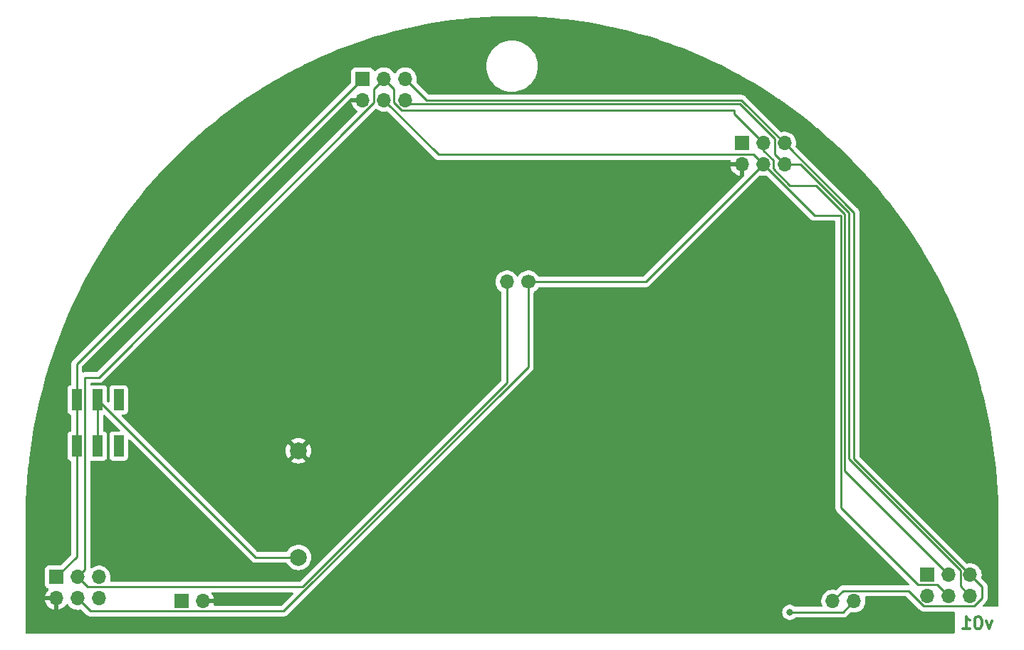
<source format=gbl>
%TF.GenerationSoftware,KiCad,Pcbnew,(6.0.4-0)*%
%TF.CreationDate,2022-04-25T17:15:55-04:00*%
%TF.ProjectId,BaseBadge,42617365-4261-4646-9765-2e6b69636164,rev?*%
%TF.SameCoordinates,Original*%
%TF.FileFunction,Copper,L2,Bot*%
%TF.FilePolarity,Positive*%
%FSLAX46Y46*%
G04 Gerber Fmt 4.6, Leading zero omitted, Abs format (unit mm)*
G04 Created by KiCad (PCBNEW (6.0.4-0)) date 2022-04-25 17:15:55*
%MOMM*%
%LPD*%
G01*
G04 APERTURE LIST*
%ADD10C,0.300000*%
%TA.AperFunction,NonConductor*%
%ADD11C,0.300000*%
%TD*%
%TA.AperFunction,ComponentPad*%
%ADD12R,1.700000X1.700000*%
%TD*%
%TA.AperFunction,ComponentPad*%
%ADD13O,1.700000X1.700000*%
%TD*%
%TA.AperFunction,ComponentPad*%
%ADD14C,1.700000*%
%TD*%
%TA.AperFunction,ComponentPad*%
%ADD15C,2.000000*%
%TD*%
%TA.AperFunction,SMDPad,CuDef*%
%ADD16R,1.200000X2.500000*%
%TD*%
%TA.AperFunction,ViaPad*%
%ADD17C,0.800000*%
%TD*%
%TA.AperFunction,Conductor*%
%ADD18C,0.254000*%
%TD*%
G04 APERTURE END LIST*
D10*
D11*
X204381185Y-117832101D02*
X204024042Y-118832101D01*
X203666899Y-117832101D01*
X202809756Y-117332101D02*
X202666899Y-117332101D01*
X202524042Y-117403530D01*
X202452613Y-117474958D01*
X202381185Y-117617815D01*
X202309756Y-117903530D01*
X202309756Y-118260672D01*
X202381185Y-118546387D01*
X202452613Y-118689244D01*
X202524042Y-118760672D01*
X202666899Y-118832101D01*
X202809756Y-118832101D01*
X202952613Y-118760672D01*
X203024042Y-118689244D01*
X203095471Y-118546387D01*
X203166899Y-118260672D01*
X203166899Y-117903530D01*
X203095471Y-117617815D01*
X203024042Y-117474958D01*
X202952613Y-117403530D01*
X202809756Y-117332101D01*
X200881185Y-118832101D02*
X201738328Y-118832101D01*
X201309756Y-118832101D02*
X201309756Y-117332101D01*
X201452613Y-117546387D01*
X201595471Y-117689244D01*
X201738328Y-117760672D01*
D12*
%TO.P,J1,1,Pin_1*%
%TO.N,VCC*%
X107982463Y-115515377D03*
D13*
%TO.P,J1,2,Pin_2*%
%TO.N,GND*%
X110522463Y-115515377D03*
%TO.P,J1,3,Pin_3*%
%TO.N,Net-(J1-Pad3)*%
X146712463Y-77515377D03*
D14*
%TO.P,J1,4,Pin_4*%
%TO.N,Net-(J1-Pad4)*%
X149252463Y-77515377D03*
D13*
%TO.P,J1,5,Pin_5*%
%TO.N,Net-(J1-Pad5)*%
X185442463Y-115515377D03*
%TO.P,J1,6,Pin_6*%
%TO.N,Net-(J1-Pad6)*%
X187982463Y-115515377D03*
%TD*%
D12*
%TO.P,J4,1,Pin_1*%
%TO.N,VCC*%
X129540000Y-53340000D03*
D13*
%TO.P,J4,2,Pin_2*%
%TO.N,GND*%
X129540000Y-55880000D03*
%TO.P,J4,3,Pin_3*%
%TO.N,Net-(J1-Pad3)*%
X132080000Y-53340000D03*
%TO.P,J4,4,Pin_4*%
%TO.N,Net-(J1-Pad4)*%
X132080000Y-55880000D03*
%TO.P,J4,5,Pin_5*%
%TO.N,Net-(J1-Pad5)*%
X134620000Y-53340000D03*
%TO.P,J4,6,Pin_6*%
%TO.N,Net-(J1-Pad6)*%
X134620000Y-55880000D03*
%TD*%
D12*
%TO.P,J5,1,Pin_1*%
%TO.N,VCC*%
X196711225Y-112371450D03*
D13*
%TO.P,J5,2,Pin_2*%
%TO.N,GND*%
X196711225Y-114911450D03*
%TO.P,J5,3,Pin_3*%
%TO.N,Net-(J1-Pad3)*%
X199251225Y-112371450D03*
%TO.P,J5,4,Pin_4*%
%TO.N,Net-(J1-Pad4)*%
X199251225Y-114911450D03*
%TO.P,J5,5,Pin_5*%
%TO.N,Net-(J1-Pad5)*%
X201791225Y-112371450D03*
%TO.P,J5,6,Pin_6*%
%TO.N,Net-(J1-Pad6)*%
X201791225Y-114911450D03*
%TD*%
D12*
%TO.P,J2,1,Pin_1*%
%TO.N,VCC*%
X93135721Y-112652317D03*
D13*
%TO.P,J2,2,Pin_2*%
%TO.N,GND*%
X93135721Y-115192317D03*
%TO.P,J2,3,Pin_3*%
%TO.N,Net-(J1-Pad3)*%
X95675721Y-112652317D03*
%TO.P,J2,4,Pin_4*%
%TO.N,Net-(J1-Pad4)*%
X95675721Y-115192317D03*
%TO.P,J2,5,Pin_5*%
%TO.N,Net-(J1-Pad5)*%
X98215721Y-112652317D03*
%TO.P,J2,6,Pin_6*%
%TO.N,Net-(J1-Pad6)*%
X98215721Y-115192317D03*
%TD*%
D12*
%TO.P,J3,1,Pin_1*%
%TO.N,VCC*%
X174641614Y-60988088D03*
D13*
%TO.P,J3,2,Pin_2*%
%TO.N,GND*%
X174641614Y-63528088D03*
%TO.P,J3,3,Pin_3*%
%TO.N,Net-(J1-Pad3)*%
X177181614Y-60988088D03*
%TO.P,J3,4,Pin_4*%
%TO.N,Net-(J1-Pad4)*%
X177181614Y-63528088D03*
%TO.P,J3,5,Pin_5*%
%TO.N,Net-(J1-Pad5)*%
X179721614Y-60988088D03*
%TO.P,J3,6,Pin_6*%
%TO.N,Net-(J1-Pad6)*%
X179721614Y-63528088D03*
%TD*%
D15*
%TO.P,BT1,1,+*%
%TO.N,Net-(BT1-Pad1)*%
X121920000Y-110310000D03*
%TO.P,BT1,2,-*%
%TO.N,GND*%
X121920000Y-97610000D03*
%TD*%
D16*
%TO.P,SW1,1,A*%
%TO.N,VCC*%
X95548661Y-97065620D03*
X95548661Y-91565620D03*
%TO.P,SW1,2,B*%
%TO.N,Net-(BT1-Pad1)*%
X98048661Y-97065620D03*
X98048661Y-91565620D03*
%TO.P,SW1,3,C*%
%TO.N,unconnected-(SW1-Pad3)*%
X100548661Y-91565620D03*
X100548661Y-97065620D03*
%TD*%
D17*
%TO.N,Net-(J1-Pad6)*%
X180340000Y-116840000D03*
%TD*%
D18*
%TO.N,VCC*%
X129540000Y-53340000D02*
X95548661Y-87331339D01*
X95548661Y-87331339D02*
X95548661Y-91565620D01*
X95548661Y-91565620D02*
X95548661Y-97065620D01*
X95548661Y-97065620D02*
X95548661Y-110239377D01*
X95548661Y-110239377D02*
X93135721Y-112652317D01*
%TO.N,Net-(BT1-Pad1)*%
X98048661Y-91565620D02*
X98048661Y-97065620D01*
X116793041Y-110310000D02*
X98048661Y-91565620D01*
X121920000Y-110310000D02*
X116793041Y-110310000D01*
%TO.N,Net-(J1-Pad3)*%
X95675721Y-112652317D02*
X96852232Y-113828828D01*
X133256511Y-56180350D02*
X134168489Y-57092328D01*
X132080000Y-53340000D02*
X133256511Y-54516511D01*
X146712463Y-89507537D02*
X146712463Y-77515377D01*
X96520000Y-111808038D02*
X96520000Y-88900000D01*
X96520000Y-88900000D02*
X98183839Y-88900000D01*
X130903489Y-54516511D02*
X132080000Y-53340000D01*
X180340000Y-66040000D02*
X183490778Y-66040000D01*
X186862556Y-99982781D02*
X199251225Y-112371450D01*
X98183839Y-88900000D02*
X130903489Y-56180350D01*
X183490778Y-66040000D02*
X186862556Y-69411778D01*
X186862556Y-69411778D02*
X186862556Y-99982781D01*
X177181614Y-60988088D02*
X177181614Y-61864249D01*
X178358125Y-63040760D02*
X178358125Y-64058125D01*
X177181614Y-61864249D02*
X178358125Y-63040760D01*
X133256511Y-54516511D02*
X133256511Y-56180350D01*
X95675721Y-112652317D02*
X96520000Y-111808038D01*
X178358125Y-64058125D02*
X180340000Y-66040000D01*
X173684866Y-57092328D02*
X173684866Y-57491340D01*
X134168489Y-57092328D02*
X173684866Y-57092328D01*
X173684866Y-57491340D02*
X177181614Y-60988088D01*
X122391172Y-113828828D02*
X146712463Y-89507537D01*
X96852232Y-113828828D02*
X122391172Y-113828828D01*
X130903489Y-56180350D02*
X130903489Y-54516511D01*
%TO.N,Net-(J1-Pad4)*%
X138551577Y-62351577D02*
X176005103Y-62351577D01*
X183253158Y-69599632D02*
X177181614Y-63528088D01*
X186409036Y-104422283D02*
X186409036Y-69599632D01*
X197887736Y-113547961D02*
X195534714Y-113547961D01*
X149252463Y-77515377D02*
X163194325Y-77515377D01*
X132080000Y-55880000D02*
X138551577Y-62351577D01*
X176005103Y-62351577D02*
X177181614Y-63528088D01*
X163194325Y-77515377D02*
X177181614Y-63528088D01*
X97175292Y-116691888D02*
X120169486Y-116691888D01*
X186409036Y-69599632D02*
X183253158Y-69599632D01*
X120169486Y-116691888D02*
X149252463Y-87608911D01*
X95675721Y-115192317D02*
X97175292Y-116691888D01*
X149252463Y-87608911D02*
X149252463Y-77515377D01*
X195534714Y-113547961D02*
X186409036Y-104422283D01*
X199251225Y-114911450D02*
X197887736Y-113547961D01*
%TO.N,Net-(J1-Pad5)*%
X187960000Y-98540225D02*
X201791225Y-112371450D01*
X202278553Y-116087961D02*
X203200000Y-115166514D01*
X187960000Y-69226474D02*
X187960000Y-98540225D01*
X203200000Y-113780225D02*
X201791225Y-112371450D01*
X137160000Y-55880000D02*
X174613526Y-55880000D01*
X174613526Y-55880000D02*
X179721614Y-60988088D01*
X194435936Y-114300000D02*
X196223897Y-116087961D01*
X134620000Y-53340000D02*
X137160000Y-55880000D01*
X185442463Y-115515377D02*
X186657840Y-114300000D01*
X179721614Y-60988088D02*
X187960000Y-69226474D01*
X196223897Y-116087961D02*
X202278553Y-116087961D01*
X186657840Y-114300000D02*
X194435936Y-114300000D01*
X203200000Y-115166514D02*
X203200000Y-113780225D01*
%TO.N,Net-(J1-Pad6)*%
X135073520Y-56333520D02*
X174425672Y-56333520D01*
X180340000Y-116840000D02*
X186657840Y-116840000D01*
X178545103Y-60452951D02*
X178545103Y-62351577D01*
X187316076Y-98537675D02*
X200614714Y-111836313D01*
X187316076Y-69223924D02*
X187316076Y-98537675D01*
X179721614Y-63528088D02*
X181620240Y-63528088D01*
X200614714Y-113734939D02*
X201791225Y-114911450D01*
X178545103Y-62351577D02*
X179721614Y-63528088D01*
X134620000Y-55880000D02*
X135073520Y-56333520D01*
X200614714Y-111836313D02*
X200614714Y-113734939D01*
X181620240Y-63528088D02*
X187316076Y-69223924D01*
X174425672Y-56333520D02*
X178545103Y-60452951D01*
X186657840Y-116840000D02*
X187982463Y-115515377D01*
%TD*%
%TA.AperFunction,Conductor*%
%TO.N,GND*%
G36*
X147826004Y-45885779D02*
G01*
X148523583Y-45893211D01*
X148526269Y-45893268D01*
X149727708Y-45931695D01*
X149730389Y-45931810D01*
X150925468Y-45995548D01*
X150928058Y-45995713D01*
X152016877Y-46077064D01*
X152116544Y-46084511D01*
X152119214Y-46084739D01*
X152120535Y-46084866D01*
X153300857Y-46198344D01*
X153303491Y-46198626D01*
X153632606Y-46237339D01*
X154477995Y-46336781D01*
X154480645Y-46337121D01*
X155010813Y-46410912D01*
X155647874Y-46499581D01*
X155650470Y-46499971D01*
X156810202Y-46686494D01*
X156812777Y-46686936D01*
X157964792Y-46897275D01*
X157967315Y-46897764D01*
X159111214Y-47131638D01*
X159113801Y-47132195D01*
X159262165Y-47165794D01*
X160249465Y-47389376D01*
X160252036Y-47389986D01*
X160802726Y-47526896D01*
X161379278Y-47670236D01*
X161381785Y-47670887D01*
X161482267Y-47698112D01*
X162500214Y-47973917D01*
X162502732Y-47974627D01*
X162511783Y-47977283D01*
X163612355Y-48300257D01*
X163614861Y-48301021D01*
X164715184Y-48648926D01*
X164717665Y-48649739D01*
X165808578Y-49019706D01*
X165811035Y-49020568D01*
X166892329Y-49412361D01*
X166894759Y-49413270D01*
X167298323Y-49568969D01*
X167966132Y-49826617D01*
X167968435Y-49827532D01*
X168897649Y-50208118D01*
X169029765Y-50262230D01*
X169032139Y-50263231D01*
X169464218Y-50450610D01*
X170083081Y-50718991D01*
X170085355Y-50720005D01*
X170745008Y-51022193D01*
X171125641Y-51196562D01*
X171127956Y-51197651D01*
X172157384Y-51694772D01*
X172159670Y-51695904D01*
X172846251Y-52044771D01*
X173155882Y-52202101D01*
X173178083Y-52213382D01*
X173180329Y-52214553D01*
X173504414Y-52387540D01*
X174187296Y-52752042D01*
X174189518Y-52753257D01*
X174265925Y-52796036D01*
X175185052Y-53310640D01*
X175187175Y-53311856D01*
X175539799Y-53518671D01*
X176170899Y-53888813D01*
X176173056Y-53890108D01*
X177144696Y-54486368D01*
X177146821Y-54487701D01*
X178106146Y-55103018D01*
X178108236Y-55104388D01*
X178994553Y-55698020D01*
X179055091Y-55738567D01*
X179057136Y-55739967D01*
X179074865Y-55752356D01*
X179991198Y-56392708D01*
X179993221Y-56394151D01*
X180914320Y-57065251D01*
X180916308Y-57066730D01*
X181824049Y-57755825D01*
X181826003Y-57757338D01*
X182720361Y-58464342D01*
X182722279Y-58465889D01*
X183570023Y-59163415D01*
X183602915Y-59190479D01*
X183604781Y-59192045D01*
X184471539Y-59934042D01*
X184473304Y-59935583D01*
X184931928Y-60343928D01*
X185325773Y-60694596D01*
X185327584Y-60696241D01*
X186165608Y-61472089D01*
X186167356Y-61473739D01*
X186990642Y-62266122D01*
X186992363Y-62267810D01*
X187800822Y-63076628D01*
X187802462Y-63078301D01*
X187973159Y-63255801D01*
X188595698Y-63903152D01*
X188597365Y-63904919D01*
X189375178Y-64745586D01*
X189376803Y-64747378D01*
X189396976Y-64770041D01*
X190138920Y-65603581D01*
X190140514Y-65605406D01*
X190886790Y-66476999D01*
X190888347Y-66478853D01*
X191618491Y-67365534D01*
X191620010Y-67367415D01*
X192333768Y-68268910D01*
X192335241Y-68270809D01*
X192980460Y-69118657D01*
X193032371Y-69186871D01*
X193033802Y-69188788D01*
X193281648Y-69527761D01*
X193714096Y-70119208D01*
X193715502Y-70121171D01*
X194378661Y-71065618D01*
X194380029Y-71067606D01*
X195025882Y-72025928D01*
X195027212Y-72027943D01*
X195655467Y-72999813D01*
X195656749Y-73001838D01*
X195979652Y-73522978D01*
X196267196Y-73987053D01*
X196268437Y-73989100D01*
X196860836Y-74987414D01*
X196861990Y-74989400D01*
X197177913Y-75545826D01*
X197436105Y-76000571D01*
X197437277Y-76002683D01*
X197538145Y-76188550D01*
X197911758Y-76876998D01*
X197992794Y-77026322D01*
X197993917Y-77028440D01*
X198013983Y-77067169D01*
X198530674Y-78064445D01*
X198531766Y-78066603D01*
X198891393Y-78794612D01*
X199049500Y-79114676D01*
X199050534Y-79116821D01*
X199549002Y-80176716D01*
X199550001Y-80178894D01*
X199569008Y-80221413D01*
X200028959Y-81250335D01*
X200029928Y-81252559D01*
X200489179Y-82335409D01*
X200490105Y-82337654D01*
X200929311Y-83431423D01*
X200930196Y-83433688D01*
X201349226Y-84538395D01*
X201350067Y-84540680D01*
X201660219Y-85408555D01*
X201748622Y-85655928D01*
X201749411Y-85658206D01*
X201765526Y-85706208D01*
X202127261Y-86783771D01*
X202128015Y-86786092D01*
X202484917Y-87921708D01*
X202485628Y-87924047D01*
X202821360Y-89069531D01*
X202822025Y-89071886D01*
X202948048Y-89535004D01*
X203093335Y-90068915D01*
X203136321Y-90226885D01*
X203136931Y-90229214D01*
X203146550Y-90267486D01*
X203429573Y-91393578D01*
X203430148Y-91395964D01*
X203700888Y-92569402D01*
X203701417Y-92571802D01*
X203950028Y-93754135D01*
X203950510Y-93756547D01*
X204176711Y-94947315D01*
X204177147Y-94949740D01*
X204380737Y-96148892D01*
X204381126Y-96151327D01*
X204561852Y-97358568D01*
X204562194Y-97361014D01*
X204719823Y-98576129D01*
X204720117Y-98578583D01*
X204854398Y-99801270D01*
X204854644Y-99803731D01*
X204965342Y-101033758D01*
X204965539Y-101036226D01*
X205050975Y-102252882D01*
X205052406Y-102273266D01*
X205052553Y-102275693D01*
X205108084Y-103375572D01*
X205115366Y-103519807D01*
X205115466Y-103522283D01*
X205152868Y-104737284D01*
X205153962Y-104772838D01*
X205154013Y-104775287D01*
X205167195Y-105963109D01*
X205167944Y-106030650D01*
X205167950Y-106032772D01*
X205167523Y-106102551D01*
X205169990Y-106111182D01*
X205169990Y-106111184D01*
X205173728Y-106124263D01*
X205178579Y-106158887D01*
X205178579Y-116086530D01*
X205158577Y-116154651D01*
X205104921Y-116201144D01*
X205052579Y-116212530D01*
X203356907Y-116212530D01*
X203288786Y-116192528D01*
X203242293Y-116138872D01*
X203232189Y-116068598D01*
X203261683Y-116004018D01*
X203267812Y-115997434D01*
X203332375Y-115932872D01*
X203593488Y-115671759D01*
X203601807Y-115664189D01*
X203608303Y-115660067D01*
X203655086Y-115610248D01*
X203657840Y-115607407D01*
X203677639Y-115587608D01*
X203680063Y-115584483D01*
X203680071Y-115584474D01*
X203680137Y-115584388D01*
X203687845Y-115575363D01*
X203712790Y-115548799D01*
X203718217Y-115543020D01*
X203728023Y-115525183D01*
X203738873Y-115508667D01*
X203751350Y-115492581D01*
X203768976Y-115451848D01*
X203774193Y-115441200D01*
X203791749Y-115409265D01*
X203795569Y-115402317D01*
X203797540Y-115394642D01*
X203797542Y-115394636D01*
X203800631Y-115382603D01*
X203807034Y-115363901D01*
X203815117Y-115345222D01*
X203822060Y-115301387D01*
X203824467Y-115289765D01*
X203835500Y-115246796D01*
X203835500Y-115226449D01*
X203837051Y-115206738D01*
X203838995Y-115194464D01*
X203840235Y-115186635D01*
X203836059Y-115142458D01*
X203835500Y-115130600D01*
X203835500Y-113859257D01*
X203836030Y-113848018D01*
X203837709Y-113840506D01*
X203837329Y-113828398D01*
X203835562Y-113772186D01*
X203835500Y-113768228D01*
X203835500Y-113740242D01*
X203834992Y-113736219D01*
X203834059Y-113724377D01*
X203832914Y-113687945D01*
X203832665Y-113680020D01*
X203826987Y-113660476D01*
X203822977Y-113641113D01*
X203821420Y-113628785D01*
X203821420Y-113628783D01*
X203820427Y-113620926D01*
X203817511Y-113613562D01*
X203817510Y-113613557D01*
X203804093Y-113579669D01*
X203800248Y-113568440D01*
X203794029Y-113547034D01*
X203787869Y-113525832D01*
X203777510Y-113508316D01*
X203768813Y-113490566D01*
X203761319Y-113471637D01*
X203735238Y-113435739D01*
X203728722Y-113425819D01*
X203710173Y-113394454D01*
X203710171Y-113394451D01*
X203706135Y-113387627D01*
X203691747Y-113373239D01*
X203678906Y-113358205D01*
X203671602Y-113348152D01*
X203666942Y-113341738D01*
X203632750Y-113313452D01*
X203623971Y-113305463D01*
X203143102Y-112824594D01*
X203109076Y-112762282D01*
X203111639Y-112698870D01*
X203122090Y-112664472D01*
X203123595Y-112659519D01*
X203152754Y-112438040D01*
X203154381Y-112371450D01*
X203136077Y-112148811D01*
X203081656Y-111932152D01*
X202992579Y-111727290D01*
X202886955Y-111564020D01*
X202874047Y-111544067D01*
X202874045Y-111544064D01*
X202871239Y-111539727D01*
X202720895Y-111374501D01*
X202716844Y-111371302D01*
X202716840Y-111371298D01*
X202549639Y-111239250D01*
X202549635Y-111239248D01*
X202545584Y-111236048D01*
X202350014Y-111128088D01*
X202345145Y-111126364D01*
X202345141Y-111126362D01*
X202144312Y-111055245D01*
X202144308Y-111055244D01*
X202139437Y-111053519D01*
X202134344Y-111052612D01*
X202134341Y-111052611D01*
X201924598Y-111015250D01*
X201924592Y-111015249D01*
X201919509Y-111014344D01*
X201845677Y-111013442D01*
X201701306Y-111011678D01*
X201701304Y-111011678D01*
X201696136Y-111011615D01*
X201569774Y-111030951D01*
X201480425Y-111044623D01*
X201480422Y-111044624D01*
X201475316Y-111045405D01*
X201470410Y-111047009D01*
X201470404Y-111047010D01*
X201466338Y-111048340D01*
X201464895Y-111048811D01*
X201393932Y-111050966D01*
X201336650Y-111018143D01*
X194987569Y-104669061D01*
X188632405Y-98313897D01*
X188598379Y-98251585D01*
X188595500Y-98224802D01*
X188595500Y-69305494D01*
X188596030Y-69294260D01*
X188597708Y-69286755D01*
X188595562Y-69218462D01*
X188595500Y-69214505D01*
X188595500Y-69186491D01*
X188594992Y-69182470D01*
X188594058Y-69170618D01*
X188592914Y-69134192D01*
X188592914Y-69134191D01*
X188592665Y-69126269D01*
X188586987Y-69106725D01*
X188582977Y-69087362D01*
X188581420Y-69075034D01*
X188581420Y-69075032D01*
X188580427Y-69067175D01*
X188577511Y-69059811D01*
X188577510Y-69059806D01*
X188564093Y-69025918D01*
X188560248Y-69014689D01*
X188550080Y-68979693D01*
X188547869Y-68972081D01*
X188537510Y-68954565D01*
X188528813Y-68936815D01*
X188521319Y-68917886D01*
X188495240Y-68881991D01*
X188488722Y-68872069D01*
X188470170Y-68840698D01*
X188470166Y-68840693D01*
X188466134Y-68833875D01*
X188451747Y-68819488D01*
X188438906Y-68804454D01*
X188431602Y-68794401D01*
X188426942Y-68787987D01*
X188392750Y-68759701D01*
X188383971Y-68751712D01*
X181073491Y-61441232D01*
X181039465Y-61378920D01*
X181042028Y-61315508D01*
X181052479Y-61281110D01*
X181053984Y-61276157D01*
X181083143Y-61054678D01*
X181084770Y-60988088D01*
X181066466Y-60765449D01*
X181012045Y-60548790D01*
X180922968Y-60343928D01*
X180801628Y-60156365D01*
X180651284Y-59991139D01*
X180647233Y-59987940D01*
X180647229Y-59987936D01*
X180480028Y-59855888D01*
X180480024Y-59855886D01*
X180475973Y-59852686D01*
X180280403Y-59744726D01*
X180275534Y-59743002D01*
X180275530Y-59743000D01*
X180074701Y-59671883D01*
X180074697Y-59671882D01*
X180069826Y-59670157D01*
X180064733Y-59669250D01*
X180064730Y-59669249D01*
X179854987Y-59631888D01*
X179854981Y-59631887D01*
X179849898Y-59630982D01*
X179776066Y-59630080D01*
X179631695Y-59628316D01*
X179631693Y-59628316D01*
X179626525Y-59628253D01*
X179479241Y-59650791D01*
X179410814Y-59661261D01*
X179410811Y-59661262D01*
X179405705Y-59662043D01*
X179400798Y-59663647D01*
X179400785Y-59663650D01*
X179395275Y-59665451D01*
X179324311Y-59667600D01*
X179267039Y-59634780D01*
X175118776Y-55486517D01*
X175111200Y-55478191D01*
X175107079Y-55471697D01*
X175057260Y-55424914D01*
X175054419Y-55422160D01*
X175034620Y-55402361D01*
X175031495Y-55399937D01*
X175031486Y-55399929D01*
X175031400Y-55399863D01*
X175022375Y-55392155D01*
X174995811Y-55367210D01*
X174990032Y-55361783D01*
X174972195Y-55351977D01*
X174955679Y-55341127D01*
X174939593Y-55328650D01*
X174898860Y-55311024D01*
X174888212Y-55305807D01*
X174876584Y-55299415D01*
X174849329Y-55284431D01*
X174841654Y-55282460D01*
X174841648Y-55282458D01*
X174829615Y-55279369D01*
X174810913Y-55272966D01*
X174792234Y-55264883D01*
X174758398Y-55259524D01*
X174748399Y-55257940D01*
X174736786Y-55255535D01*
X174693808Y-55244500D01*
X174673461Y-55244500D01*
X174653750Y-55242949D01*
X174641476Y-55241005D01*
X174633647Y-55239765D01*
X174625755Y-55240511D01*
X174589470Y-55243941D01*
X174577612Y-55244500D01*
X137475423Y-55244500D01*
X137407302Y-55224498D01*
X137386328Y-55207595D01*
X135971877Y-53793144D01*
X135937851Y-53730832D01*
X135940414Y-53667420D01*
X135947660Y-53643573D01*
X135952370Y-53628069D01*
X135981529Y-53406590D01*
X135983156Y-53340000D01*
X135964852Y-53117361D01*
X135910431Y-52900702D01*
X135821354Y-52695840D01*
X135781906Y-52634862D01*
X135702822Y-52512617D01*
X135702820Y-52512614D01*
X135700014Y-52508277D01*
X135549670Y-52343051D01*
X135545619Y-52339852D01*
X135545615Y-52339848D01*
X135378414Y-52207800D01*
X135378410Y-52207798D01*
X135374359Y-52204598D01*
X135178789Y-52096638D01*
X135173920Y-52094914D01*
X135173916Y-52094912D01*
X134973087Y-52023795D01*
X134973083Y-52023794D01*
X134968212Y-52022069D01*
X134963119Y-52021162D01*
X134963116Y-52021161D01*
X134753373Y-51983800D01*
X134753367Y-51983799D01*
X134748284Y-51982894D01*
X134674452Y-51981992D01*
X134530081Y-51980228D01*
X134530079Y-51980228D01*
X134524911Y-51980165D01*
X134304091Y-52013955D01*
X134091756Y-52083357D01*
X133893607Y-52186507D01*
X133889474Y-52189610D01*
X133889471Y-52189612D01*
X133719100Y-52317530D01*
X133714965Y-52320635D01*
X133711393Y-52324373D01*
X133574895Y-52467210D01*
X133560629Y-52482138D01*
X133453201Y-52639621D01*
X133398293Y-52684621D01*
X133327768Y-52692792D01*
X133264021Y-52661538D01*
X133243324Y-52637054D01*
X133162822Y-52512617D01*
X133162820Y-52512614D01*
X133160014Y-52508277D01*
X133009670Y-52343051D01*
X133005619Y-52339852D01*
X133005615Y-52339848D01*
X132838414Y-52207800D01*
X132838410Y-52207798D01*
X132834359Y-52204598D01*
X132638789Y-52096638D01*
X132633920Y-52094914D01*
X132633916Y-52094912D01*
X132433087Y-52023795D01*
X132433083Y-52023794D01*
X132428212Y-52022069D01*
X132423119Y-52021162D01*
X132423116Y-52021161D01*
X132213373Y-51983800D01*
X132213367Y-51983799D01*
X132208284Y-51982894D01*
X132134452Y-51981992D01*
X131990081Y-51980228D01*
X131990079Y-51980228D01*
X131984911Y-51980165D01*
X131764091Y-52013955D01*
X131551756Y-52083357D01*
X131353607Y-52186507D01*
X131349474Y-52189610D01*
X131349471Y-52189612D01*
X131179100Y-52317530D01*
X131174965Y-52320635D01*
X131118537Y-52379684D01*
X131094283Y-52405064D01*
X131032759Y-52440494D01*
X130961846Y-52437037D01*
X130904060Y-52395791D01*
X130885207Y-52362243D01*
X130845899Y-52257389D01*
X130840615Y-52243295D01*
X130753261Y-52126739D01*
X130636705Y-52039385D01*
X130500316Y-51988255D01*
X130438134Y-51981500D01*
X128641866Y-51981500D01*
X128579684Y-51988255D01*
X128443295Y-52039385D01*
X128326739Y-52126739D01*
X128239385Y-52243295D01*
X128188255Y-52379684D01*
X128181500Y-52441866D01*
X128181500Y-53747577D01*
X128161498Y-53815698D01*
X128144595Y-53836672D01*
X95155178Y-86826089D01*
X95146852Y-86833665D01*
X95140358Y-86837786D01*
X95134935Y-86843561D01*
X95093576Y-86887604D01*
X95090821Y-86890446D01*
X95071022Y-86910245D01*
X95068598Y-86913370D01*
X95068590Y-86913379D01*
X95068524Y-86913465D01*
X95060816Y-86922490D01*
X95030444Y-86954833D01*
X95026626Y-86961777D01*
X95026625Y-86961779D01*
X95020639Y-86972668D01*
X95009788Y-86989186D01*
X94997311Y-87005272D01*
X94979685Y-87046005D01*
X94974468Y-87056653D01*
X94953092Y-87095536D01*
X94951121Y-87103211D01*
X94951119Y-87103217D01*
X94948030Y-87115250D01*
X94941627Y-87133952D01*
X94933544Y-87152631D01*
X94932305Y-87160456D01*
X94926601Y-87196466D01*
X94924196Y-87208079D01*
X94913161Y-87251057D01*
X94913161Y-87271404D01*
X94911610Y-87291115D01*
X94908426Y-87311218D01*
X94909172Y-87319110D01*
X94912602Y-87355395D01*
X94913161Y-87367253D01*
X94913161Y-89698500D01*
X94893159Y-89766621D01*
X94839503Y-89813114D01*
X94831390Y-89816482D01*
X94710366Y-89861852D01*
X94710365Y-89861853D01*
X94701956Y-89865005D01*
X94585400Y-89952359D01*
X94498046Y-90068915D01*
X94446916Y-90205304D01*
X94440161Y-90267486D01*
X94440161Y-92863754D01*
X94446916Y-92925936D01*
X94498046Y-93062325D01*
X94585400Y-93178881D01*
X94701956Y-93266235D01*
X94710365Y-93269387D01*
X94710366Y-93269388D01*
X94831390Y-93314758D01*
X94888155Y-93357399D01*
X94912855Y-93423961D01*
X94913161Y-93432740D01*
X94913161Y-95198500D01*
X94893159Y-95266621D01*
X94839503Y-95313114D01*
X94831390Y-95316482D01*
X94710366Y-95361852D01*
X94710365Y-95361853D01*
X94701956Y-95365005D01*
X94585400Y-95452359D01*
X94498046Y-95568915D01*
X94446916Y-95705304D01*
X94440161Y-95767486D01*
X94440161Y-98363754D01*
X94446916Y-98425936D01*
X94498046Y-98562325D01*
X94585400Y-98678881D01*
X94701956Y-98766235D01*
X94710365Y-98769387D01*
X94710366Y-98769388D01*
X94831390Y-98814758D01*
X94888155Y-98857399D01*
X94912855Y-98923961D01*
X94913161Y-98932740D01*
X94913161Y-109923954D01*
X94893159Y-109992075D01*
X94876256Y-110013049D01*
X93632393Y-111256912D01*
X93570081Y-111290938D01*
X93543298Y-111293817D01*
X92237587Y-111293817D01*
X92175405Y-111300572D01*
X92039016Y-111351702D01*
X91922460Y-111439056D01*
X91835106Y-111555612D01*
X91783976Y-111692001D01*
X91777221Y-111754183D01*
X91777221Y-113550451D01*
X91783976Y-113612633D01*
X91835106Y-113749022D01*
X91922460Y-113865578D01*
X92039016Y-113952932D01*
X92047425Y-113956084D01*
X92047426Y-113956085D01*
X92156681Y-113997043D01*
X92213446Y-114039684D01*
X92238146Y-114106246D01*
X92222939Y-114175595D01*
X92203546Y-114202076D01*
X92080311Y-114331034D01*
X92073825Y-114339044D01*
X91953819Y-114514966D01*
X91948721Y-114523940D01*
X91859059Y-114717100D01*
X91855496Y-114726787D01*
X91800110Y-114926500D01*
X91801633Y-114934924D01*
X91814013Y-114938317D01*
X93263721Y-114938317D01*
X93331842Y-114958319D01*
X93378335Y-115011975D01*
X93389721Y-115064317D01*
X93389721Y-116510834D01*
X93393785Y-116524676D01*
X93407199Y-116526710D01*
X93413905Y-116525851D01*
X93423983Y-116523709D01*
X93627976Y-116462508D01*
X93637563Y-116458750D01*
X93828816Y-116365056D01*
X93837666Y-116359781D01*
X94011049Y-116236109D01*
X94018921Y-116229456D01*
X94169773Y-116079129D01*
X94176451Y-116071282D01*
X94303743Y-115894136D01*
X94305000Y-115895039D01*
X94352094Y-115851679D01*
X94422032Y-115839462D01*
X94487472Y-115866995D01*
X94515300Y-115898828D01*
X94533031Y-115927762D01*
X94575708Y-115997405D01*
X94721971Y-116166255D01*
X94893847Y-116308949D01*
X95086721Y-116421655D01*
X95295413Y-116501347D01*
X95300481Y-116502378D01*
X95300484Y-116502379D01*
X95395583Y-116521727D01*
X95514318Y-116545884D01*
X95519493Y-116546074D01*
X95519495Y-116546074D01*
X95732394Y-116553881D01*
X95732398Y-116553881D01*
X95737558Y-116554070D01*
X95742678Y-116553414D01*
X95742680Y-116553414D01*
X95816135Y-116544004D01*
X95959137Y-116525685D01*
X95964090Y-116524199D01*
X95964095Y-116524198D01*
X95993738Y-116515304D01*
X96003372Y-116512414D01*
X96074367Y-116511996D01*
X96128675Y-116544004D01*
X96670042Y-117085371D01*
X96677618Y-117093697D01*
X96681739Y-117100191D01*
X96687514Y-117105614D01*
X96731557Y-117146973D01*
X96734399Y-117149728D01*
X96754198Y-117169527D01*
X96757329Y-117171956D01*
X96757334Y-117171960D01*
X96757420Y-117172027D01*
X96766445Y-117179735D01*
X96798786Y-117210105D01*
X96805731Y-117213923D01*
X96805735Y-117213926D01*
X96816626Y-117219914D01*
X96833147Y-117230766D01*
X96849226Y-117243238D01*
X96889947Y-117260859D01*
X96900603Y-117266080D01*
X96932537Y-117283636D01*
X96932543Y-117283638D01*
X96939489Y-117287457D01*
X96947164Y-117289428D01*
X96947170Y-117289430D01*
X96959203Y-117292519D01*
X96977905Y-117298922D01*
X96996584Y-117307005D01*
X97004410Y-117308245D01*
X97004415Y-117308246D01*
X97040412Y-117313948D01*
X97052032Y-117316354D01*
X97087329Y-117325416D01*
X97095010Y-117327388D01*
X97115358Y-117327388D01*
X97135070Y-117328939D01*
X97155172Y-117332123D01*
X97199347Y-117327947D01*
X97211206Y-117327388D01*
X120090466Y-117327388D01*
X120101700Y-117327918D01*
X120109205Y-117329596D01*
X120177498Y-117327450D01*
X120181455Y-117327388D01*
X120209469Y-117327388D01*
X120213394Y-117326892D01*
X120213395Y-117326892D01*
X120213490Y-117326880D01*
X120225335Y-117325947D01*
X120255156Y-117325010D01*
X120261768Y-117324802D01*
X120261769Y-117324802D01*
X120269691Y-117324553D01*
X120289235Y-117318875D01*
X120308598Y-117314865D01*
X120320926Y-117313308D01*
X120320928Y-117313308D01*
X120328785Y-117312315D01*
X120336149Y-117309399D01*
X120336154Y-117309398D01*
X120370042Y-117295981D01*
X120381271Y-117292136D01*
X120397951Y-117287290D01*
X120423879Y-117279757D01*
X120430706Y-117275719D01*
X120430709Y-117275718D01*
X120441392Y-117269400D01*
X120459150Y-117260700D01*
X120470701Y-117256127D01*
X120470707Y-117256123D01*
X120478074Y-117253207D01*
X120513977Y-117227122D01*
X120523896Y-117220607D01*
X120555254Y-117202062D01*
X120555258Y-117202059D01*
X120562084Y-117198022D01*
X120576468Y-117183638D01*
X120591502Y-117170797D01*
X120601559Y-117163490D01*
X120607973Y-117158830D01*
X120636264Y-117124632D01*
X120644253Y-117115853D01*
X149645946Y-88114161D01*
X149654272Y-88106585D01*
X149660766Y-88102464D01*
X149707549Y-88052645D01*
X149710303Y-88049804D01*
X149730102Y-88030005D01*
X149732531Y-88026874D01*
X149732535Y-88026869D01*
X149732602Y-88026783D01*
X149740310Y-88017758D01*
X149765255Y-87991194D01*
X149770680Y-87985417D01*
X149774498Y-87978472D01*
X149774501Y-87978468D01*
X149780489Y-87967577D01*
X149791341Y-87951056D01*
X149798955Y-87941240D01*
X149798955Y-87941239D01*
X149803813Y-87934977D01*
X149821437Y-87894249D01*
X149826659Y-87883592D01*
X149844211Y-87851665D01*
X149844212Y-87851662D01*
X149848032Y-87844714D01*
X149853095Y-87824996D01*
X149859497Y-87806297D01*
X149867580Y-87787618D01*
X149868819Y-87779794D01*
X149868821Y-87779788D01*
X149874523Y-87743791D01*
X149876929Y-87732171D01*
X149885991Y-87696874D01*
X149885991Y-87696873D01*
X149887963Y-87689193D01*
X149887963Y-87668845D01*
X149889514Y-87649134D01*
X149891458Y-87636860D01*
X149892698Y-87629031D01*
X149888522Y-87584855D01*
X149887963Y-87572997D01*
X149887963Y-78794612D01*
X149907965Y-78726491D01*
X149948634Y-78687166D01*
X149950457Y-78686273D01*
X150132323Y-78556550D01*
X150290559Y-78398866D01*
X150350057Y-78316066D01*
X150417901Y-78221650D01*
X150417902Y-78221649D01*
X150420916Y-78217454D01*
X150423205Y-78212822D01*
X150423710Y-78211982D01*
X150475940Y-78163893D01*
X150531713Y-78150877D01*
X163115305Y-78150877D01*
X163126539Y-78151407D01*
X163134044Y-78153085D01*
X163202337Y-78150939D01*
X163206294Y-78150877D01*
X163234308Y-78150877D01*
X163238233Y-78150381D01*
X163238234Y-78150381D01*
X163238329Y-78150369D01*
X163250174Y-78149436D01*
X163279995Y-78148499D01*
X163286607Y-78148291D01*
X163286608Y-78148291D01*
X163294530Y-78148042D01*
X163314074Y-78142364D01*
X163333437Y-78138354D01*
X163345765Y-78136797D01*
X163345767Y-78136797D01*
X163353624Y-78135804D01*
X163360988Y-78132888D01*
X163360993Y-78132887D01*
X163394881Y-78119470D01*
X163406110Y-78115625D01*
X163422790Y-78110779D01*
X163448718Y-78103246D01*
X163455545Y-78099208D01*
X163455548Y-78099207D01*
X163466231Y-78092889D01*
X163483989Y-78084189D01*
X163495540Y-78079616D01*
X163495546Y-78079612D01*
X163502913Y-78076696D01*
X163538816Y-78050611D01*
X163548735Y-78044096D01*
X163580093Y-78025551D01*
X163580097Y-78025548D01*
X163586923Y-78021511D01*
X163601307Y-78007127D01*
X163616341Y-77994286D01*
X163626398Y-77986979D01*
X163632812Y-77982319D01*
X163661103Y-77948121D01*
X163669092Y-77939342D01*
X176728514Y-64879921D01*
X176790826Y-64845895D01*
X176842726Y-64845545D01*
X177020211Y-64881655D01*
X177025386Y-64881845D01*
X177025388Y-64881845D01*
X177238287Y-64889652D01*
X177238291Y-64889652D01*
X177243451Y-64889841D01*
X177248571Y-64889185D01*
X177248573Y-64889185D01*
X177317767Y-64880321D01*
X177465030Y-64861456D01*
X177469983Y-64859970D01*
X177469988Y-64859969D01*
X177507461Y-64848726D01*
X177509265Y-64848185D01*
X177580260Y-64847767D01*
X177634568Y-64879775D01*
X182747908Y-69993115D01*
X182755484Y-70001441D01*
X182759605Y-70007935D01*
X182765380Y-70013358D01*
X182809423Y-70054717D01*
X182812265Y-70057472D01*
X182832064Y-70077271D01*
X182835189Y-70079695D01*
X182835198Y-70079703D01*
X182835284Y-70079769D01*
X182844309Y-70087477D01*
X182876652Y-70117849D01*
X182883596Y-70121667D01*
X182883598Y-70121668D01*
X182894487Y-70127654D01*
X182911005Y-70138505D01*
X182927091Y-70150982D01*
X182967824Y-70168608D01*
X182978472Y-70173825D01*
X183017355Y-70195201D01*
X183025030Y-70197172D01*
X183025036Y-70197174D01*
X183037069Y-70200263D01*
X183055771Y-70206666D01*
X183074450Y-70214749D01*
X183108286Y-70220108D01*
X183118285Y-70221692D01*
X183129898Y-70224097D01*
X183172876Y-70235132D01*
X183193223Y-70235132D01*
X183212935Y-70236683D01*
X183233037Y-70239867D01*
X183240929Y-70239121D01*
X183277214Y-70235691D01*
X183289072Y-70235132D01*
X185647536Y-70235132D01*
X185715657Y-70255134D01*
X185762150Y-70308790D01*
X185773536Y-70361132D01*
X185773536Y-104343263D01*
X185773006Y-104354497D01*
X185771328Y-104362002D01*
X185771577Y-104369921D01*
X185773474Y-104430295D01*
X185773536Y-104434252D01*
X185773536Y-104462266D01*
X185774032Y-104466191D01*
X185774032Y-104466192D01*
X185774044Y-104466287D01*
X185774977Y-104478132D01*
X185776371Y-104522488D01*
X185778583Y-104530100D01*
X185782049Y-104542031D01*
X185786059Y-104561395D01*
X185788609Y-104581582D01*
X185791525Y-104588946D01*
X185791526Y-104588951D01*
X185804943Y-104622839D01*
X185808788Y-104634068D01*
X185821167Y-104676676D01*
X185825205Y-104683503D01*
X185825206Y-104683506D01*
X185831524Y-104694189D01*
X185840224Y-104711947D01*
X185844797Y-104723498D01*
X185844801Y-104723504D01*
X185847717Y-104730871D01*
X185852375Y-104737282D01*
X185852376Y-104737284D01*
X185873800Y-104766771D01*
X185880317Y-104776693D01*
X185898862Y-104808051D01*
X185898865Y-104808055D01*
X185902902Y-104814881D01*
X185917286Y-104829265D01*
X185930127Y-104844299D01*
X185942094Y-104860770D01*
X185948202Y-104865823D01*
X185976291Y-104889060D01*
X185985071Y-104897050D01*
X194533253Y-113445233D01*
X194567279Y-113507545D01*
X194562214Y-113578360D01*
X194519667Y-113635196D01*
X194456015Y-113659769D01*
X194411879Y-113663941D01*
X194400022Y-113664500D01*
X186736872Y-113664500D01*
X186725633Y-113663970D01*
X186718121Y-113662291D01*
X186710196Y-113662540D01*
X186710195Y-113662540D01*
X186649810Y-113664438D01*
X186645852Y-113664500D01*
X186617857Y-113664500D01*
X186613923Y-113664997D01*
X186613921Y-113664997D01*
X186613834Y-113665008D01*
X186602000Y-113665940D01*
X186557635Y-113667335D01*
X186550022Y-113669547D01*
X186550021Y-113669547D01*
X186538092Y-113673013D01*
X186518728Y-113677023D01*
X186506400Y-113678580D01*
X186506398Y-113678580D01*
X186498541Y-113679573D01*
X186491177Y-113682489D01*
X186491172Y-113682490D01*
X186457284Y-113695907D01*
X186446055Y-113699752D01*
X186432081Y-113703812D01*
X186403447Y-113712131D01*
X186396621Y-113716168D01*
X186385931Y-113722490D01*
X186368181Y-113731187D01*
X186349252Y-113738681D01*
X186342838Y-113743341D01*
X186313354Y-113764762D01*
X186303434Y-113771278D01*
X186272069Y-113789827D01*
X186272066Y-113789829D01*
X186265242Y-113793865D01*
X186250854Y-113808253D01*
X186235820Y-113821094D01*
X186219353Y-113833058D01*
X186214300Y-113839166D01*
X186191068Y-113867249D01*
X186183078Y-113876029D01*
X185897407Y-114161700D01*
X185835095Y-114195726D01*
X185786217Y-114196652D01*
X185711771Y-114183391D01*
X185575836Y-114159177D01*
X185575830Y-114159176D01*
X185570747Y-114158271D01*
X185496915Y-114157369D01*
X185352544Y-114155605D01*
X185352542Y-114155605D01*
X185347374Y-114155542D01*
X185126554Y-114189332D01*
X184914219Y-114258734D01*
X184909627Y-114261124D01*
X184909628Y-114261124D01*
X184768761Y-114334455D01*
X184716070Y-114361884D01*
X184711937Y-114364987D01*
X184711934Y-114364989D01*
X184552987Y-114484330D01*
X184537428Y-114496012D01*
X184533856Y-114499750D01*
X184424814Y-114613856D01*
X184383092Y-114657515D01*
X184257206Y-114842057D01*
X184255027Y-114846752D01*
X184197967Y-114969678D01*
X184163151Y-115044682D01*
X184103452Y-115259947D01*
X184079714Y-115482072D01*
X184080011Y-115487225D01*
X184080011Y-115487228D01*
X184087022Y-115608821D01*
X184092573Y-115705092D01*
X184093710Y-115710138D01*
X184093711Y-115710144D01*
X184107060Y-115769377D01*
X184141685Y-115923016D01*
X184145130Y-115931500D01*
X184185571Y-116031096D01*
X184192667Y-116101738D01*
X184160445Y-116165001D01*
X184099135Y-116200801D01*
X184068828Y-116204500D01*
X181046399Y-116204500D01*
X180978278Y-116184498D01*
X180961092Y-116169891D01*
X180960580Y-116170460D01*
X180955668Y-116166037D01*
X180951253Y-116161134D01*
X180807083Y-116056388D01*
X180802094Y-116052763D01*
X180802093Y-116052762D01*
X180796752Y-116048882D01*
X180790724Y-116046198D01*
X180790722Y-116046197D01*
X180628319Y-115973891D01*
X180628318Y-115973891D01*
X180622288Y-115971206D01*
X180528888Y-115951353D01*
X180441944Y-115932872D01*
X180441939Y-115932872D01*
X180435487Y-115931500D01*
X180244513Y-115931500D01*
X180238061Y-115932872D01*
X180238056Y-115932872D01*
X180151112Y-115951353D01*
X180057712Y-115971206D01*
X180051682Y-115973891D01*
X180051681Y-115973891D01*
X179889278Y-116046197D01*
X179889276Y-116046198D01*
X179883248Y-116048882D01*
X179877907Y-116052762D01*
X179877906Y-116052763D01*
X179872917Y-116056388D01*
X179728747Y-116161134D01*
X179724326Y-116166044D01*
X179724325Y-116166045D01*
X179674255Y-116221654D01*
X179600960Y-116303056D01*
X179505473Y-116468444D01*
X179446458Y-116650072D01*
X179445768Y-116656633D01*
X179445768Y-116656635D01*
X179438377Y-116726956D01*
X179426496Y-116840000D01*
X179427186Y-116846565D01*
X179430330Y-116876474D01*
X179446458Y-117029928D01*
X179505473Y-117211556D01*
X179508776Y-117217278D01*
X179508777Y-117217279D01*
X179538160Y-117268171D01*
X179600960Y-117376944D01*
X179605378Y-117381851D01*
X179605379Y-117381852D01*
X179689700Y-117475500D01*
X179728747Y-117518866D01*
X179883248Y-117631118D01*
X179889276Y-117633802D01*
X179889278Y-117633803D01*
X180051681Y-117706109D01*
X180057712Y-117708794D01*
X180151113Y-117728647D01*
X180238056Y-117747128D01*
X180238061Y-117747128D01*
X180244513Y-117748500D01*
X180435487Y-117748500D01*
X180441939Y-117747128D01*
X180441944Y-117747128D01*
X180528887Y-117728647D01*
X180622288Y-117708794D01*
X180628319Y-117706109D01*
X180790722Y-117633803D01*
X180790724Y-117633802D01*
X180796752Y-117631118D01*
X180951253Y-117518866D01*
X180955668Y-117513963D01*
X180960580Y-117509540D01*
X180962221Y-117511362D01*
X181013210Y-117479950D01*
X181046399Y-117475500D01*
X186578820Y-117475500D01*
X186590054Y-117476030D01*
X186597559Y-117477708D01*
X186665852Y-117475562D01*
X186669809Y-117475500D01*
X186697823Y-117475500D01*
X186701748Y-117475004D01*
X186701749Y-117475004D01*
X186701844Y-117474992D01*
X186713689Y-117474059D01*
X186743510Y-117473122D01*
X186750122Y-117472914D01*
X186750123Y-117472914D01*
X186758045Y-117472665D01*
X186777589Y-117466987D01*
X186796952Y-117462977D01*
X186809280Y-117461420D01*
X186809282Y-117461420D01*
X186817139Y-117460427D01*
X186824503Y-117457511D01*
X186824508Y-117457510D01*
X186858396Y-117444093D01*
X186869625Y-117440248D01*
X186886305Y-117435402D01*
X186912233Y-117427869D01*
X186919060Y-117423831D01*
X186919063Y-117423830D01*
X186929746Y-117417512D01*
X186947504Y-117408812D01*
X186959055Y-117404239D01*
X186959061Y-117404235D01*
X186966428Y-117401319D01*
X187002331Y-117375234D01*
X187012250Y-117368719D01*
X187043608Y-117350174D01*
X187043612Y-117350171D01*
X187050438Y-117346134D01*
X187064822Y-117331750D01*
X187079856Y-117318909D01*
X187089913Y-117311602D01*
X187096327Y-117306942D01*
X187124613Y-117272750D01*
X187132603Y-117263969D01*
X187529364Y-116867209D01*
X187591676Y-116833184D01*
X187643580Y-116832835D01*
X187821060Y-116868944D01*
X187826235Y-116869134D01*
X187826237Y-116869134D01*
X188039136Y-116876941D01*
X188039140Y-116876941D01*
X188044300Y-116877130D01*
X188049420Y-116876474D01*
X188049422Y-116876474D01*
X188260751Y-116849402D01*
X188260752Y-116849402D01*
X188265879Y-116848745D01*
X188270829Y-116847260D01*
X188474892Y-116786038D01*
X188474897Y-116786036D01*
X188479847Y-116784551D01*
X188680457Y-116686273D01*
X188862323Y-116556550D01*
X188873027Y-116545884D01*
X189016898Y-116402514D01*
X189020559Y-116398866D01*
X189150916Y-116217454D01*
X189159147Y-116200801D01*
X189247599Y-116021830D01*
X189247600Y-116021828D01*
X189249893Y-116017188D01*
X189300179Y-115851679D01*
X189313328Y-115808400D01*
X189313328Y-115808398D01*
X189314833Y-115803446D01*
X189343992Y-115581967D01*
X189344074Y-115578617D01*
X189345537Y-115518742D01*
X189345537Y-115518738D01*
X189345619Y-115515377D01*
X189327315Y-115292738D01*
X189276942Y-115092195D01*
X189279746Y-115021254D01*
X189320459Y-114963091D01*
X189386154Y-114936172D01*
X189399146Y-114935500D01*
X194120514Y-114935500D01*
X194188635Y-114955502D01*
X194209609Y-114972405D01*
X195718647Y-116481444D01*
X195726223Y-116489770D01*
X195730344Y-116496264D01*
X195736856Y-116502379D01*
X195780162Y-116543046D01*
X195783004Y-116545801D01*
X195802803Y-116565600D01*
X195805928Y-116568024D01*
X195805937Y-116568032D01*
X195806023Y-116568098D01*
X195815048Y-116575806D01*
X195847391Y-116606178D01*
X195854335Y-116609996D01*
X195854337Y-116609997D01*
X195865226Y-116615983D01*
X195881744Y-116626834D01*
X195897830Y-116639311D01*
X195938563Y-116656937D01*
X195949211Y-116662154D01*
X195988094Y-116683530D01*
X195995769Y-116685501D01*
X195995775Y-116685503D01*
X196007808Y-116688592D01*
X196026510Y-116694995D01*
X196045189Y-116703078D01*
X196079025Y-116708437D01*
X196089024Y-116710021D01*
X196100637Y-116712426D01*
X196143615Y-116723461D01*
X196163962Y-116723461D01*
X196183674Y-116725012D01*
X196203776Y-116728196D01*
X196211668Y-116727450D01*
X196247953Y-116724020D01*
X196259811Y-116723461D01*
X199810971Y-116723461D01*
X199879092Y-116743463D01*
X199925585Y-116797119D01*
X199936971Y-116849461D01*
X199936971Y-119238680D01*
X199916969Y-119306801D01*
X199863313Y-119353294D01*
X199810971Y-119364680D01*
X89587421Y-119364680D01*
X89519300Y-119344678D01*
X89472807Y-119291022D01*
X89461421Y-119238680D01*
X89461421Y-115460283D01*
X91803978Y-115460283D01*
X91834286Y-115594763D01*
X91837366Y-115604592D01*
X91917491Y-115801920D01*
X91922134Y-115811111D01*
X92033415Y-115992705D01*
X92039498Y-116001016D01*
X92178934Y-116161984D01*
X92186301Y-116169200D01*
X92350155Y-116305233D01*
X92358602Y-116311148D01*
X92542477Y-116418596D01*
X92551763Y-116423046D01*
X92750722Y-116499020D01*
X92760620Y-116501896D01*
X92863971Y-116522923D01*
X92878020Y-116521727D01*
X92881721Y-116511382D01*
X92881721Y-115464432D01*
X92877246Y-115449193D01*
X92875856Y-115447988D01*
X92868173Y-115446317D01*
X91818946Y-115446317D01*
X91805415Y-115450290D01*
X91803978Y-115460283D01*
X89461421Y-115460283D01*
X89461421Y-106110033D01*
X89461427Y-106108792D01*
X89473854Y-104847254D01*
X89473903Y-104844771D01*
X89510927Y-103592717D01*
X89511025Y-103590236D01*
X89572431Y-102344861D01*
X89572577Y-102342384D01*
X89574126Y-102319969D01*
X89658134Y-101103706D01*
X89658330Y-101101237D01*
X89664221Y-101034956D01*
X89767781Y-99869776D01*
X89768019Y-99867360D01*
X89774805Y-99804960D01*
X89869879Y-98930618D01*
X89901134Y-98643182D01*
X89901426Y-98640724D01*
X90057951Y-97424185D01*
X90058291Y-97421735D01*
X90237984Y-96213072D01*
X90238371Y-96210632D01*
X90441004Y-95010005D01*
X90441439Y-95007576D01*
X90452600Y-94948518D01*
X90666755Y-93815330D01*
X90667230Y-93812943D01*
X90679295Y-93755307D01*
X90914999Y-92629254D01*
X90915521Y-92626877D01*
X90928729Y-92569402D01*
X91102709Y-91812292D01*
X91185485Y-91452076D01*
X91186058Y-91449686D01*
X91478012Y-90283857D01*
X91478632Y-90281482D01*
X91493113Y-90228092D01*
X91792281Y-89125101D01*
X91792935Y-89122776D01*
X91808159Y-89070683D01*
X92128107Y-87975838D01*
X92128808Y-87973525D01*
X92130673Y-87967577D01*
X92485150Y-86836644D01*
X92485901Y-86834326D01*
X92595040Y-86508416D01*
X92863308Y-85707319D01*
X92864079Y-85705090D01*
X93262216Y-84588495D01*
X93263054Y-84586216D01*
X93681705Y-83480212D01*
X93682588Y-83477944D01*
X93818367Y-83139159D01*
X94121552Y-82382674D01*
X94122439Y-82380524D01*
X94581403Y-81296421D01*
X94582371Y-81294193D01*
X95061131Y-80221413D01*
X95062141Y-80219207D01*
X95560438Y-79158040D01*
X95561490Y-79155856D01*
X95971638Y-78324367D01*
X96079100Y-78106511D01*
X96080180Y-78104373D01*
X96092990Y-78079616D01*
X96616836Y-77067155D01*
X96617960Y-77065030D01*
X96628989Y-77044682D01*
X96997377Y-76364989D01*
X97173485Y-76040061D01*
X97174658Y-76037946D01*
X97358399Y-75713939D01*
X97748753Y-75025591D01*
X97749903Y-75023606D01*
X98342396Y-74023994D01*
X98343630Y-74021957D01*
X98954143Y-73035567D01*
X98955434Y-73033526D01*
X99583791Y-72060491D01*
X99585121Y-72058474D01*
X100231121Y-71098988D01*
X100232489Y-71096998D01*
X100253802Y-71066617D01*
X100895834Y-70151395D01*
X100897240Y-70149430D01*
X101577768Y-69217850D01*
X101579212Y-69215913D01*
X101609135Y-69176559D01*
X102276568Y-68298752D01*
X102278050Y-68296841D01*
X102992100Y-67394218D01*
X102993619Y-67392335D01*
X103015671Y-67365534D01*
X103724093Y-66504534D01*
X103725515Y-66502840D01*
X104472191Y-65630090D01*
X104473783Y-65628265D01*
X105236293Y-64770962D01*
X105237923Y-64769164D01*
X106016111Y-63927460D01*
X106017778Y-63925691D01*
X106811379Y-63099855D01*
X106813083Y-63098116D01*
X107621862Y-62288395D01*
X107623601Y-62286687D01*
X108218495Y-61713716D01*
X108447440Y-61493209D01*
X108449203Y-61491543D01*
X108468393Y-61473765D01*
X108992626Y-60988088D01*
X109287636Y-60714776D01*
X109289448Y-60713130D01*
X110099777Y-59991139D01*
X110142344Y-59953212D01*
X110144183Y-59951606D01*
X111011342Y-59208755D01*
X111013224Y-59207174D01*
X111894340Y-58481693D01*
X111896258Y-58480145D01*
X112791141Y-57772243D01*
X112793062Y-57770754D01*
X113141428Y-57506118D01*
X113701413Y-57080726D01*
X113703348Y-57079285D01*
X114624986Y-56407335D01*
X114627008Y-56405891D01*
X115561567Y-55752356D01*
X115563624Y-55750947D01*
X116276780Y-55272963D01*
X116511070Y-55115933D01*
X116513140Y-55114576D01*
X116530098Y-55103692D01*
X117472980Y-54498502D01*
X117475094Y-54497174D01*
X117546546Y-54453296D01*
X118447370Y-53900106D01*
X118449478Y-53898842D01*
X118928300Y-53617812D01*
X119433664Y-53321205D01*
X119435854Y-53319949D01*
X120431848Y-52761907D01*
X120434070Y-52760691D01*
X120563618Y-52691492D01*
X120989850Y-52463816D01*
X121441612Y-52222503D01*
X121443867Y-52221328D01*
X122299249Y-51786368D01*
X144266994Y-51786368D01*
X144267141Y-51789878D01*
X144267141Y-51789884D01*
X144267889Y-51807726D01*
X144281034Y-52121358D01*
X144281268Y-52126949D01*
X144281803Y-52130407D01*
X144281804Y-52130414D01*
X144330020Y-52441866D01*
X144333418Y-52463816D01*
X144422793Y-52792771D01*
X144548279Y-53109713D01*
X144549925Y-53112809D01*
X144549927Y-53112813D01*
X144564514Y-53140246D01*
X144708313Y-53410692D01*
X144710298Y-53413591D01*
X144898908Y-53689050D01*
X144898913Y-53689056D01*
X144900899Y-53691957D01*
X145123637Y-53950001D01*
X145373750Y-54181609D01*
X145376572Y-54183690D01*
X145376575Y-54183692D01*
X145468911Y-54251767D01*
X145648123Y-54383894D01*
X145943333Y-54554334D01*
X146017356Y-54586674D01*
X146252481Y-54689398D01*
X146252491Y-54689402D01*
X146255703Y-54690805D01*
X146259060Y-54691844D01*
X146259065Y-54691846D01*
X146577978Y-54790566D01*
X146581338Y-54791606D01*
X146584794Y-54792265D01*
X146584793Y-54792265D01*
X146912729Y-54854822D01*
X146912734Y-54854823D01*
X146916180Y-54855480D01*
X147140196Y-54872717D01*
X147252558Y-54881363D01*
X147252559Y-54881363D01*
X147256055Y-54881632D01*
X147468406Y-54874217D01*
X147593213Y-54869859D01*
X147593218Y-54869859D01*
X147596728Y-54869736D01*
X147765340Y-54844837D01*
X147930472Y-54820453D01*
X147930477Y-54820452D01*
X147933951Y-54819939D01*
X147937343Y-54819043D01*
X147937347Y-54819042D01*
X148260131Y-54733759D01*
X148260132Y-54733759D01*
X148263522Y-54732863D01*
X148581332Y-54609592D01*
X148883421Y-54451664D01*
X149130221Y-54285195D01*
X149163107Y-54263013D01*
X149163109Y-54263012D01*
X149166023Y-54261046D01*
X149195939Y-54235586D01*
X149422943Y-54042390D01*
X149422944Y-54042389D01*
X149425616Y-54040115D01*
X149512737Y-53947341D01*
X149656554Y-53794192D01*
X149656558Y-53794187D01*
X149658965Y-53791624D01*
X149661070Y-53788810D01*
X149661076Y-53788803D01*
X149861051Y-53521490D01*
X149863160Y-53518671D01*
X149890239Y-53472517D01*
X149966011Y-53343365D01*
X150035657Y-53224657D01*
X150073239Y-53140246D01*
X150172873Y-52916465D01*
X150172875Y-52916460D01*
X150174305Y-52913248D01*
X150277377Y-52588325D01*
X150292368Y-52512617D01*
X150307049Y-52438469D01*
X150343587Y-52253937D01*
X150363605Y-52015562D01*
X150371929Y-51916434D01*
X150371929Y-51916427D01*
X150372112Y-51914252D01*
X150372978Y-51852198D01*
X150373272Y-51831177D01*
X150373272Y-51831165D01*
X150373302Y-51828999D01*
X150371116Y-51789884D01*
X150354470Y-51492164D01*
X150354274Y-51488651D01*
X150328157Y-51334242D01*
X150298014Y-51156025D01*
X150298013Y-51156021D01*
X150297425Y-51152544D01*
X150284559Y-51107673D01*
X150204435Y-50828249D01*
X150203466Y-50824869D01*
X150090394Y-50550535D01*
X150074905Y-50512955D01*
X150074901Y-50512947D01*
X150073567Y-50509710D01*
X149909347Y-50210995D01*
X149712853Y-49932447D01*
X149486533Y-49677537D01*
X149233210Y-49449444D01*
X149230360Y-49447403D01*
X149230353Y-49447398D01*
X148958895Y-49253053D01*
X148958892Y-49253051D01*
X148956041Y-49251010D01*
X148658479Y-49084708D01*
X148344234Y-48952612D01*
X148340871Y-48951622D01*
X148340862Y-48951619D01*
X148077203Y-48874021D01*
X148017223Y-48856368D01*
X147734042Y-48806435D01*
X147684982Y-48797784D01*
X147684980Y-48797784D01*
X147681522Y-48797174D01*
X147678013Y-48796953D01*
X147678011Y-48796953D01*
X147344833Y-48775991D01*
X147344827Y-48775991D01*
X147341315Y-48775770D01*
X147244890Y-48780486D01*
X147004349Y-48792250D01*
X147004341Y-48792251D01*
X147000842Y-48792422D01*
X146997374Y-48792984D01*
X146997371Y-48792984D01*
X146667822Y-48846360D01*
X146667819Y-48846361D01*
X146664347Y-48846923D01*
X146660964Y-48847868D01*
X146660962Y-48847868D01*
X146626969Y-48857359D01*
X146336024Y-48938592D01*
X146019966Y-49066288D01*
X145720111Y-49228419D01*
X145440198Y-49422963D01*
X145437556Y-49425276D01*
X145437552Y-49425279D01*
X145201342Y-49632066D01*
X145183715Y-49647497D01*
X144953859Y-49899222D01*
X144753494Y-50175000D01*
X144585120Y-50471393D01*
X144583733Y-50474628D01*
X144583731Y-50474633D01*
X144452218Y-50781476D01*
X144450833Y-50784708D01*
X144352308Y-51111039D01*
X144290772Y-51446319D01*
X144266994Y-51786368D01*
X122299249Y-51786368D01*
X122462738Y-51703234D01*
X122465023Y-51702100D01*
X122480186Y-51694772D01*
X123495037Y-51204320D01*
X123497275Y-51203267D01*
X124538123Y-50726086D01*
X124540384Y-50725077D01*
X125408984Y-50348099D01*
X125591839Y-50268739D01*
X125594214Y-50267737D01*
X126655970Y-49832516D01*
X126658373Y-49831560D01*
X127641889Y-49451801D01*
X127730223Y-49417693D01*
X127732618Y-49416797D01*
X128814376Y-49024507D01*
X128816827Y-49023647D01*
X129908205Y-48653208D01*
X129910687Y-48652394D01*
X131011409Y-48304060D01*
X131013916Y-48303295D01*
X132123855Y-47977283D01*
X132126385Y-47976569D01*
X133245303Y-47673127D01*
X133247855Y-47672463D01*
X133256828Y-47670230D01*
X134375392Y-47391878D01*
X134377919Y-47391276D01*
X135513989Y-47133756D01*
X135516518Y-47133212D01*
X136660732Y-46899044D01*
X136663328Y-46898540D01*
X137815537Y-46687954D01*
X137818118Y-46687510D01*
X138978144Y-46500745D01*
X138980729Y-46500357D01*
X139486899Y-46429831D01*
X140148187Y-46337692D01*
X140150840Y-46337351D01*
X141110953Y-46224293D01*
X141325551Y-46199023D01*
X141328198Y-46198740D01*
X142509984Y-46084993D01*
X142512579Y-46084770D01*
X143260555Y-46028821D01*
X143701161Y-45995863D01*
X143703841Y-45995691D01*
X144608714Y-45947373D01*
X144899032Y-45931871D01*
X144901713Y-45931757D01*
X146103071Y-45893287D01*
X146105760Y-45893229D01*
X146237357Y-45891825D01*
X147313425Y-45880346D01*
X147316051Y-45880346D01*
X147826004Y-45885779D01*
G37*
%TD.AperFunction*%
%TA.AperFunction,Conductor*%
G36*
X121262244Y-114484330D02*
G01*
X121308737Y-114537986D01*
X121318841Y-114608260D01*
X121289347Y-114672840D01*
X121283218Y-114679423D01*
X119943158Y-116019483D01*
X119880846Y-116053509D01*
X119854063Y-116056388D01*
X111947430Y-116056388D01*
X111879309Y-116036386D01*
X111832816Y-115982730D01*
X111822712Y-115912456D01*
X111826871Y-115893760D01*
X111852842Y-115808280D01*
X111855018Y-115798214D01*
X111856449Y-115787339D01*
X111854238Y-115773155D01*
X111841080Y-115769377D01*
X110394463Y-115769377D01*
X110326342Y-115749375D01*
X110279849Y-115695719D01*
X110268463Y-115643377D01*
X110268463Y-115387377D01*
X110288465Y-115319256D01*
X110342121Y-115272763D01*
X110394463Y-115261377D01*
X111840807Y-115261377D01*
X111854338Y-115257404D01*
X111855643Y-115248324D01*
X111813677Y-115081252D01*
X111810357Y-115071501D01*
X111725435Y-114876191D01*
X111720568Y-114867116D01*
X111604889Y-114688303D01*
X111598599Y-114680134D01*
X111594045Y-114675130D01*
X111562991Y-114611286D01*
X111571384Y-114540787D01*
X111616559Y-114486017D01*
X111687236Y-114464328D01*
X121194123Y-114464328D01*
X121262244Y-114484330D01*
G37*
%TD.AperFunction*%
%TA.AperFunction,Conductor*%
G36*
X131179467Y-56907271D02*
G01*
X131215920Y-56928383D01*
X131298126Y-56996632D01*
X131491000Y-57109338D01*
X131699692Y-57189030D01*
X131704760Y-57190061D01*
X131704763Y-57190062D01*
X131812008Y-57211881D01*
X131918597Y-57233567D01*
X131923772Y-57233757D01*
X131923774Y-57233757D01*
X132136673Y-57241564D01*
X132136677Y-57241564D01*
X132141837Y-57241753D01*
X132146957Y-57241097D01*
X132146959Y-57241097D01*
X132248360Y-57228107D01*
X132363416Y-57213368D01*
X132368369Y-57211882D01*
X132368374Y-57211881D01*
X132398017Y-57202987D01*
X132407651Y-57200097D01*
X132478646Y-57199679D01*
X132532954Y-57231687D01*
X138046327Y-62745060D01*
X138053903Y-62753386D01*
X138058024Y-62759880D01*
X138063799Y-62765303D01*
X138107842Y-62806662D01*
X138110684Y-62809417D01*
X138130483Y-62829216D01*
X138133608Y-62831640D01*
X138133617Y-62831648D01*
X138133703Y-62831714D01*
X138142728Y-62839422D01*
X138175071Y-62869794D01*
X138182015Y-62873612D01*
X138182017Y-62873613D01*
X138192906Y-62879599D01*
X138209424Y-62890450D01*
X138225510Y-62902927D01*
X138266243Y-62920553D01*
X138276891Y-62925770D01*
X138315774Y-62947146D01*
X138323449Y-62949117D01*
X138323455Y-62949119D01*
X138335488Y-62952208D01*
X138354190Y-62958611D01*
X138372869Y-62966694D01*
X138406705Y-62972053D01*
X138416704Y-62973637D01*
X138428317Y-62976042D01*
X138471295Y-62987077D01*
X138491642Y-62987077D01*
X138511354Y-62988628D01*
X138531456Y-62991812D01*
X138539348Y-62991066D01*
X138575633Y-62987636D01*
X138587491Y-62987077D01*
X173216623Y-62987077D01*
X173284744Y-63007079D01*
X173331237Y-63060735D01*
X173341341Y-63131009D01*
X173338040Y-63146749D01*
X173306003Y-63262271D01*
X173307526Y-63270695D01*
X173319906Y-63274088D01*
X174769614Y-63274088D01*
X174837735Y-63294090D01*
X174884228Y-63347746D01*
X174895614Y-63400088D01*
X174895614Y-64863166D01*
X174875612Y-64931287D01*
X174858709Y-64952261D01*
X168745351Y-71065618D01*
X162967997Y-76842972D01*
X162905685Y-76876998D01*
X162878902Y-76879877D01*
X150527974Y-76879877D01*
X150459853Y-76859875D01*
X150422182Y-76822317D01*
X150415787Y-76812431D01*
X150332477Y-76683654D01*
X150182133Y-76518428D01*
X150178082Y-76515229D01*
X150178078Y-76515225D01*
X150010877Y-76383177D01*
X150010873Y-76383175D01*
X150006822Y-76379975D01*
X149811252Y-76272015D01*
X149806383Y-76270291D01*
X149806379Y-76270289D01*
X149605550Y-76199172D01*
X149605546Y-76199171D01*
X149600675Y-76197446D01*
X149595582Y-76196539D01*
X149595579Y-76196538D01*
X149385836Y-76159177D01*
X149385830Y-76159176D01*
X149380747Y-76158271D01*
X149306915Y-76157369D01*
X149162544Y-76155605D01*
X149162542Y-76155605D01*
X149157374Y-76155542D01*
X148936554Y-76189332D01*
X148724219Y-76258734D01*
X148526070Y-76361884D01*
X148521937Y-76364987D01*
X148521934Y-76364989D01*
X148497710Y-76383177D01*
X148347428Y-76496012D01*
X148193092Y-76657515D01*
X148085664Y-76814998D01*
X148030756Y-76859998D01*
X147960231Y-76868169D01*
X147896484Y-76836915D01*
X147875787Y-76812431D01*
X147795285Y-76687994D01*
X147795283Y-76687991D01*
X147792477Y-76683654D01*
X147642133Y-76518428D01*
X147638082Y-76515229D01*
X147638078Y-76515225D01*
X147470877Y-76383177D01*
X147470873Y-76383175D01*
X147466822Y-76379975D01*
X147271252Y-76272015D01*
X147266383Y-76270291D01*
X147266379Y-76270289D01*
X147065550Y-76199172D01*
X147065546Y-76199171D01*
X147060675Y-76197446D01*
X147055582Y-76196539D01*
X147055579Y-76196538D01*
X146845836Y-76159177D01*
X146845830Y-76159176D01*
X146840747Y-76158271D01*
X146766915Y-76157369D01*
X146622544Y-76155605D01*
X146622542Y-76155605D01*
X146617374Y-76155542D01*
X146396554Y-76189332D01*
X146184219Y-76258734D01*
X145986070Y-76361884D01*
X145981937Y-76364987D01*
X145981934Y-76364989D01*
X145957710Y-76383177D01*
X145807428Y-76496012D01*
X145653092Y-76657515D01*
X145527206Y-76842057D01*
X145433151Y-77044682D01*
X145373452Y-77259947D01*
X145349714Y-77482072D01*
X145350011Y-77487225D01*
X145350011Y-77487228D01*
X145357416Y-77615652D01*
X145362573Y-77705092D01*
X145363710Y-77710138D01*
X145363711Y-77710144D01*
X145387767Y-77816885D01*
X145411685Y-77923016D01*
X145495729Y-78129993D01*
X145545972Y-78211982D01*
X145609754Y-78316065D01*
X145612450Y-78320465D01*
X145758713Y-78489315D01*
X145930589Y-78632009D01*
X146014535Y-78681063D01*
X146063257Y-78732701D01*
X146076963Y-78789850D01*
X146076963Y-89192114D01*
X146056961Y-89260235D01*
X146040058Y-89281209D01*
X122164844Y-113156423D01*
X122102532Y-113190449D01*
X122075749Y-113193328D01*
X99641210Y-113193328D01*
X99573089Y-113173326D01*
X99526596Y-113119670D01*
X99516492Y-113049396D01*
X99520651Y-113030700D01*
X99546588Y-112945332D01*
X99548091Y-112940386D01*
X99577250Y-112718907D01*
X99578877Y-112652317D01*
X99560573Y-112429678D01*
X99506152Y-112213019D01*
X99417075Y-112008157D01*
X99295735Y-111820594D01*
X99145391Y-111655368D01*
X99141340Y-111652169D01*
X99141336Y-111652165D01*
X98974135Y-111520117D01*
X98974131Y-111520115D01*
X98970080Y-111516915D01*
X98774510Y-111408955D01*
X98769641Y-111407231D01*
X98769637Y-111407229D01*
X98568808Y-111336112D01*
X98568804Y-111336111D01*
X98563933Y-111334386D01*
X98558840Y-111333479D01*
X98558837Y-111333478D01*
X98349094Y-111296117D01*
X98349088Y-111296116D01*
X98344005Y-111295211D01*
X98270173Y-111294309D01*
X98125802Y-111292545D01*
X98125800Y-111292545D01*
X98120632Y-111292482D01*
X97899812Y-111326272D01*
X97687477Y-111395674D01*
X97489328Y-111498824D01*
X97485195Y-111501927D01*
X97485192Y-111501929D01*
X97357153Y-111598064D01*
X97290668Y-111622970D01*
X97221273Y-111607978D01*
X97170999Y-111557847D01*
X97155500Y-111497304D01*
X97155500Y-98930618D01*
X97175502Y-98862497D01*
X97229158Y-98816004D01*
X97299432Y-98805900D01*
X97325728Y-98812636D01*
X97330940Y-98814590D01*
X97330947Y-98814592D01*
X97338345Y-98817365D01*
X97400527Y-98824120D01*
X98696795Y-98824120D01*
X98758977Y-98817365D01*
X98895366Y-98766235D01*
X99011922Y-98678881D01*
X99099276Y-98562325D01*
X99150406Y-98425936D01*
X99157161Y-98363754D01*
X99157161Y-95767486D01*
X99150406Y-95705304D01*
X99099276Y-95568915D01*
X99011922Y-95452359D01*
X98895366Y-95365005D01*
X98886957Y-95361853D01*
X98886956Y-95361852D01*
X98765932Y-95316482D01*
X98709167Y-95273841D01*
X98684467Y-95207279D01*
X98684161Y-95198500D01*
X98684161Y-93432740D01*
X98704163Y-93364619D01*
X98757819Y-93318126D01*
X98765931Y-93314758D01*
X98766377Y-93314591D01*
X98786804Y-93306933D01*
X98857611Y-93301750D01*
X98920129Y-93335820D01*
X100676334Y-95092025D01*
X100710360Y-95154337D01*
X100705295Y-95225152D01*
X100662748Y-95281988D01*
X100596228Y-95306799D01*
X100587239Y-95307120D01*
X99900527Y-95307120D01*
X99838345Y-95313875D01*
X99701956Y-95365005D01*
X99585400Y-95452359D01*
X99498046Y-95568915D01*
X99446916Y-95705304D01*
X99440161Y-95767486D01*
X99440161Y-98363754D01*
X99446916Y-98425936D01*
X99498046Y-98562325D01*
X99585400Y-98678881D01*
X99701956Y-98766235D01*
X99838345Y-98817365D01*
X99900527Y-98824120D01*
X101196795Y-98824120D01*
X101258977Y-98817365D01*
X101395366Y-98766235D01*
X101511922Y-98678881D01*
X101599276Y-98562325D01*
X101650406Y-98425936D01*
X101657161Y-98363754D01*
X101657161Y-96377042D01*
X101677163Y-96308921D01*
X101730819Y-96262428D01*
X101801093Y-96252324D01*
X101865673Y-96281818D01*
X101872256Y-96287947D01*
X116287786Y-110703477D01*
X116295363Y-110711803D01*
X116299488Y-110718303D01*
X116305266Y-110723729D01*
X116305267Y-110723730D01*
X116349322Y-110765100D01*
X116352164Y-110767855D01*
X116371947Y-110787638D01*
X116375155Y-110790126D01*
X116384184Y-110797837D01*
X116416535Y-110828217D01*
X116423484Y-110832037D01*
X116434370Y-110838022D01*
X116450894Y-110848876D01*
X116466974Y-110861349D01*
X116474251Y-110864498D01*
X116507691Y-110878969D01*
X116518352Y-110884192D01*
X116550288Y-110901749D01*
X116550293Y-110901751D01*
X116557238Y-110905569D01*
X116564912Y-110907539D01*
X116564919Y-110907542D01*
X116576954Y-110910632D01*
X116595659Y-110917036D01*
X116607054Y-110921967D01*
X116614333Y-110925117D01*
X116641383Y-110929401D01*
X116658168Y-110932060D01*
X116669781Y-110934465D01*
X116712759Y-110945500D01*
X116733106Y-110945500D01*
X116752818Y-110947051D01*
X116772920Y-110950235D01*
X116780812Y-110949489D01*
X116817097Y-110946059D01*
X116828955Y-110945500D01*
X120469660Y-110945500D01*
X120537781Y-110965502D01*
X120577092Y-111005664D01*
X120695824Y-111199416D01*
X120850031Y-111379969D01*
X121030584Y-111534176D01*
X121034792Y-111536755D01*
X121034798Y-111536759D01*
X121228350Y-111655368D01*
X121233037Y-111658240D01*
X121237607Y-111660133D01*
X121237611Y-111660135D01*
X121411207Y-111732040D01*
X121452406Y-111749105D01*
X121532609Y-111768360D01*
X121678476Y-111803380D01*
X121678482Y-111803381D01*
X121683289Y-111804535D01*
X121920000Y-111823165D01*
X122156711Y-111804535D01*
X122161518Y-111803381D01*
X122161524Y-111803380D01*
X122307391Y-111768360D01*
X122387594Y-111749105D01*
X122428793Y-111732040D01*
X122602389Y-111660135D01*
X122602393Y-111660133D01*
X122606963Y-111658240D01*
X122611650Y-111655368D01*
X122805202Y-111536759D01*
X122805208Y-111536755D01*
X122809416Y-111534176D01*
X122989969Y-111379969D01*
X123144176Y-111199416D01*
X123146755Y-111195208D01*
X123146759Y-111195202D01*
X123265654Y-111001183D01*
X123268240Y-110996963D01*
X123271786Y-110988404D01*
X123357211Y-110782167D01*
X123357212Y-110782165D01*
X123359105Y-110777594D01*
X123414535Y-110546711D01*
X123433165Y-110310000D01*
X123414535Y-110073289D01*
X123395038Y-109992075D01*
X123360260Y-109847218D01*
X123359105Y-109842406D01*
X123284365Y-109661966D01*
X123270135Y-109627611D01*
X123270133Y-109627607D01*
X123268240Y-109623037D01*
X123262907Y-109614335D01*
X123146759Y-109424798D01*
X123146755Y-109424792D01*
X123144176Y-109420584D01*
X122989969Y-109240031D01*
X122809416Y-109085824D01*
X122805208Y-109083245D01*
X122805202Y-109083241D01*
X122611183Y-108964346D01*
X122606963Y-108961760D01*
X122602393Y-108959867D01*
X122602389Y-108959865D01*
X122392167Y-108872789D01*
X122392165Y-108872788D01*
X122387594Y-108870895D01*
X122307391Y-108851640D01*
X122161524Y-108816620D01*
X122161518Y-108816619D01*
X122156711Y-108815465D01*
X121920000Y-108796835D01*
X121683289Y-108815465D01*
X121678482Y-108816619D01*
X121678476Y-108816620D01*
X121532609Y-108851640D01*
X121452406Y-108870895D01*
X121447835Y-108872788D01*
X121447833Y-108872789D01*
X121237611Y-108959865D01*
X121237607Y-108959867D01*
X121233037Y-108961760D01*
X121228817Y-108964346D01*
X121034798Y-109083241D01*
X121034792Y-109083245D01*
X121030584Y-109085824D01*
X120850031Y-109240031D01*
X120695824Y-109420584D01*
X120693242Y-109424798D01*
X120577093Y-109614335D01*
X120524445Y-109661966D01*
X120469660Y-109674500D01*
X117108464Y-109674500D01*
X117040343Y-109654498D01*
X117019369Y-109637595D01*
X106224444Y-98842670D01*
X121052160Y-98842670D01*
X121057887Y-98850320D01*
X121229042Y-98955205D01*
X121237837Y-98959687D01*
X121447988Y-99046734D01*
X121457373Y-99049783D01*
X121678554Y-99102885D01*
X121688301Y-99104428D01*
X121915070Y-99122275D01*
X121924930Y-99122275D01*
X122151699Y-99104428D01*
X122161446Y-99102885D01*
X122382627Y-99049783D01*
X122392012Y-99046734D01*
X122602163Y-98959687D01*
X122610958Y-98955205D01*
X122778445Y-98852568D01*
X122787907Y-98842110D01*
X122784124Y-98833334D01*
X121932812Y-97982022D01*
X121918868Y-97974408D01*
X121917035Y-97974539D01*
X121910420Y-97978790D01*
X121058920Y-98830290D01*
X121052160Y-98842670D01*
X106224444Y-98842670D01*
X104996704Y-97614930D01*
X120407725Y-97614930D01*
X120425572Y-97841699D01*
X120427115Y-97851446D01*
X120480217Y-98072627D01*
X120483266Y-98082012D01*
X120570313Y-98292163D01*
X120574795Y-98300958D01*
X120677432Y-98468445D01*
X120687890Y-98477907D01*
X120696666Y-98474124D01*
X121547978Y-97622812D01*
X121554356Y-97611132D01*
X122284408Y-97611132D01*
X122284539Y-97612965D01*
X122288790Y-97619580D01*
X123140290Y-98471080D01*
X123152670Y-98477840D01*
X123160320Y-98472113D01*
X123265205Y-98300958D01*
X123269687Y-98292163D01*
X123356734Y-98082012D01*
X123359783Y-98072627D01*
X123412885Y-97851446D01*
X123414428Y-97841699D01*
X123432275Y-97614930D01*
X123432275Y-97605070D01*
X123414428Y-97378301D01*
X123412885Y-97368554D01*
X123359783Y-97147373D01*
X123356734Y-97137988D01*
X123269687Y-96927837D01*
X123265205Y-96919042D01*
X123162568Y-96751555D01*
X123152110Y-96742093D01*
X123143334Y-96745876D01*
X122292022Y-97597188D01*
X122284408Y-97611132D01*
X121554356Y-97611132D01*
X121555592Y-97608868D01*
X121555461Y-97607035D01*
X121551210Y-97600420D01*
X120699710Y-96748920D01*
X120687330Y-96742160D01*
X120679680Y-96747887D01*
X120574795Y-96919042D01*
X120570313Y-96927837D01*
X120483266Y-97137988D01*
X120480217Y-97147373D01*
X120427115Y-97368554D01*
X120425572Y-97378301D01*
X120407725Y-97605070D01*
X120407725Y-97614930D01*
X104996704Y-97614930D01*
X103759664Y-96377890D01*
X121052093Y-96377890D01*
X121055876Y-96386666D01*
X121907188Y-97237978D01*
X121921132Y-97245592D01*
X121922965Y-97245461D01*
X121929580Y-97241210D01*
X122781080Y-96389710D01*
X122787840Y-96377330D01*
X122782113Y-96369680D01*
X122610958Y-96264795D01*
X122602163Y-96260313D01*
X122392012Y-96173266D01*
X122382627Y-96170217D01*
X122161446Y-96117115D01*
X122151699Y-96115572D01*
X121924930Y-96097725D01*
X121915070Y-96097725D01*
X121688301Y-96115572D01*
X121678554Y-96117115D01*
X121457373Y-96170217D01*
X121447988Y-96173266D01*
X121237837Y-96260313D01*
X121229042Y-96264795D01*
X121061555Y-96367432D01*
X121052093Y-96377890D01*
X103759664Y-96377890D01*
X100920989Y-93539215D01*
X100886963Y-93476903D01*
X100892028Y-93406088D01*
X100934575Y-93349252D01*
X101001095Y-93324441D01*
X101010084Y-93324120D01*
X101196795Y-93324120D01*
X101258977Y-93317365D01*
X101395366Y-93266235D01*
X101511922Y-93178881D01*
X101599276Y-93062325D01*
X101650406Y-92925936D01*
X101657161Y-92863754D01*
X101657161Y-90267486D01*
X101650406Y-90205304D01*
X101599276Y-90068915D01*
X101511922Y-89952359D01*
X101395366Y-89865005D01*
X101258977Y-89813875D01*
X101196795Y-89807120D01*
X99900527Y-89807120D01*
X99838345Y-89813875D01*
X99701956Y-89865005D01*
X99585400Y-89952359D01*
X99498046Y-90068915D01*
X99446916Y-90205304D01*
X99440161Y-90267486D01*
X99440161Y-91754197D01*
X99420159Y-91822318D01*
X99366503Y-91868811D01*
X99296229Y-91878915D01*
X99231649Y-91849421D01*
X99225066Y-91843292D01*
X99194066Y-91812292D01*
X99160040Y-91749980D01*
X99157161Y-91723197D01*
X99157161Y-90267486D01*
X99150406Y-90205304D01*
X99099276Y-90068915D01*
X99011922Y-89952359D01*
X98895366Y-89865005D01*
X98758977Y-89813875D01*
X98696795Y-89807120D01*
X97400527Y-89807120D01*
X97338345Y-89813875D01*
X97330947Y-89816648D01*
X97330940Y-89816650D01*
X97325728Y-89818604D01*
X97254921Y-89823787D01*
X97192552Y-89789865D01*
X97158424Y-89727609D01*
X97155500Y-89700622D01*
X97155500Y-89661500D01*
X97175502Y-89593379D01*
X97229158Y-89546886D01*
X97281500Y-89535500D01*
X98104819Y-89535500D01*
X98116053Y-89536030D01*
X98123558Y-89537708D01*
X98191851Y-89535562D01*
X98195808Y-89535500D01*
X98223822Y-89535500D01*
X98227747Y-89535004D01*
X98227748Y-89535004D01*
X98227843Y-89534992D01*
X98239688Y-89534059D01*
X98269509Y-89533122D01*
X98276121Y-89532914D01*
X98276122Y-89532914D01*
X98284044Y-89532665D01*
X98303588Y-89526987D01*
X98322951Y-89522977D01*
X98335279Y-89521420D01*
X98335281Y-89521420D01*
X98343138Y-89520427D01*
X98350502Y-89517511D01*
X98350507Y-89517510D01*
X98384395Y-89504093D01*
X98395624Y-89500248D01*
X98412304Y-89495402D01*
X98438232Y-89487869D01*
X98445059Y-89483831D01*
X98445062Y-89483830D01*
X98455745Y-89477512D01*
X98473503Y-89468812D01*
X98485054Y-89464239D01*
X98485060Y-89464235D01*
X98492427Y-89461319D01*
X98528330Y-89435234D01*
X98538249Y-89428719D01*
X98569607Y-89410174D01*
X98569611Y-89410171D01*
X98576437Y-89406134D01*
X98590821Y-89391750D01*
X98605855Y-89378909D01*
X98615912Y-89371602D01*
X98622326Y-89366942D01*
X98650617Y-89332744D01*
X98658606Y-89323965D01*
X124186518Y-63796054D01*
X173309871Y-63796054D01*
X173340179Y-63930534D01*
X173343259Y-63940363D01*
X173423384Y-64137691D01*
X173428027Y-64146882D01*
X173539308Y-64328476D01*
X173545391Y-64336787D01*
X173684827Y-64497755D01*
X173692194Y-64504971D01*
X173856048Y-64641004D01*
X173864495Y-64646919D01*
X174048370Y-64754367D01*
X174057656Y-64758817D01*
X174256615Y-64834791D01*
X174266513Y-64837667D01*
X174369864Y-64858694D01*
X174383913Y-64857498D01*
X174387614Y-64847153D01*
X174387614Y-63800203D01*
X174383139Y-63784964D01*
X174381749Y-63783759D01*
X174374066Y-63782088D01*
X173324839Y-63782088D01*
X173311308Y-63786061D01*
X173309871Y-63796054D01*
X124186518Y-63796054D01*
X131046340Y-56936232D01*
X131108652Y-56902206D01*
X131179467Y-56907271D01*
G37*
%TD.AperFunction*%
%TA.AperFunction,Conductor*%
G36*
X129736121Y-55646002D02*
G01*
X129782614Y-55699658D01*
X129794000Y-55752000D01*
X129794000Y-56008000D01*
X129773998Y-56076121D01*
X129720342Y-56122614D01*
X129668000Y-56134000D01*
X128223225Y-56134000D01*
X128209694Y-56137973D01*
X128208257Y-56147966D01*
X128238565Y-56282446D01*
X128241645Y-56292275D01*
X128321770Y-56489603D01*
X128326413Y-56498794D01*
X128437694Y-56680388D01*
X128443777Y-56688699D01*
X128583213Y-56849667D01*
X128590580Y-56856883D01*
X128754434Y-56992916D01*
X128762876Y-56998828D01*
X128889108Y-57072592D01*
X128937831Y-57124231D01*
X128950902Y-57194014D01*
X128924170Y-57259786D01*
X128914632Y-57270475D01*
X113185293Y-72999813D01*
X97957511Y-88227595D01*
X97895199Y-88261621D01*
X97868416Y-88264500D01*
X96591983Y-88264500D01*
X96568374Y-88262268D01*
X96568009Y-88262198D01*
X96568004Y-88262198D01*
X96560221Y-88260713D01*
X96503987Y-88264251D01*
X96496075Y-88264500D01*
X96480017Y-88264500D01*
X96476083Y-88264997D01*
X96476082Y-88264997D01*
X96464077Y-88266513D01*
X96456201Y-88267257D01*
X96407884Y-88270297D01*
X96407882Y-88270297D01*
X96399973Y-88270795D01*
X96392435Y-88273244D01*
X96392431Y-88273245D01*
X96392080Y-88273359D01*
X96368944Y-88278531D01*
X96368565Y-88278579D01*
X96368560Y-88278580D01*
X96360701Y-88279573D01*
X96353335Y-88282489D01*
X96345652Y-88284462D01*
X96345089Y-88282270D01*
X96285832Y-88287695D01*
X96222855Y-88254916D01*
X96187598Y-88193293D01*
X96184161Y-88164066D01*
X96184161Y-87646761D01*
X96204163Y-87578640D01*
X96221066Y-87557666D01*
X128115828Y-55662905D01*
X128178140Y-55628879D01*
X128204923Y-55626000D01*
X129668000Y-55626000D01*
X129736121Y-55646002D01*
G37*
%TD.AperFunction*%
%TD*%
M02*

</source>
